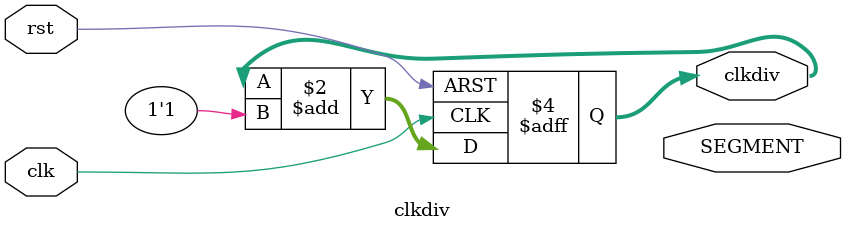
<source format=v>
`timescale 1ns / 1ps
module clkdiv(
    input clk,
    input rst,
    output reg[31:0] clkdiv=0,
    output wire [7:0] SEGMENT
    );
    always @(posedge clk or posedge rst) begin 
        if (rst) clkdiv <= 0;
        else clkdiv <= clkdiv + 1'b1;
    end


endmodule

</source>
